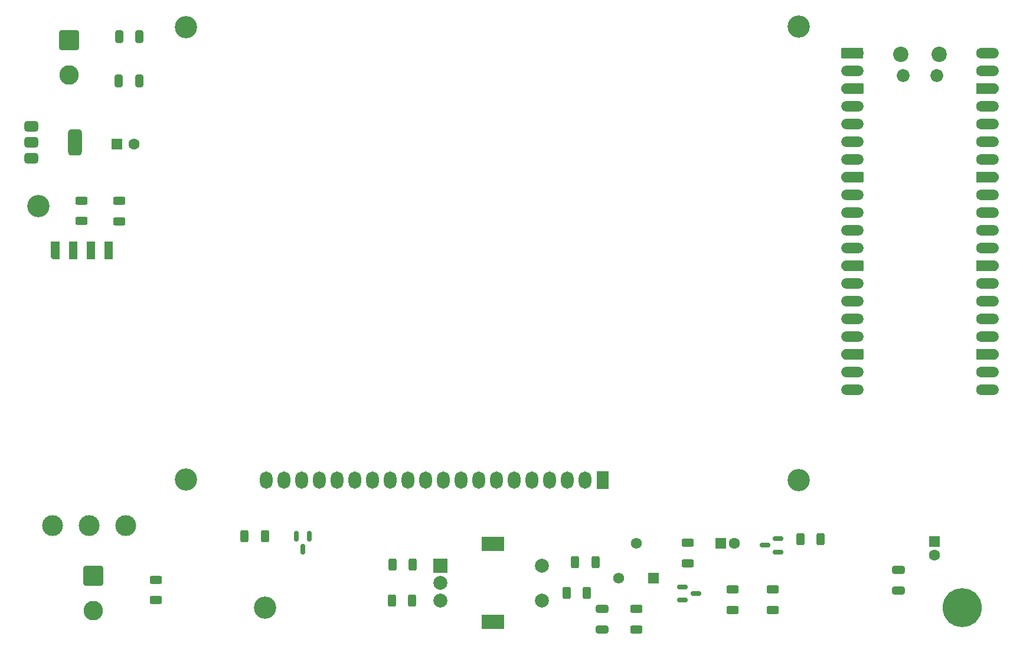
<source format=gbr>
%TF.GenerationSoftware,KiCad,Pcbnew,9.0.1*%
%TF.CreationDate,2025-04-15T15:16:39+02:00*%
%TF.ProjectId,lcd,6c63642e-6b69-4636-9164-5f7063625858,rev?*%
%TF.SameCoordinates,Original*%
%TF.FileFunction,Soldermask,Top*%
%TF.FilePolarity,Negative*%
%FSLAX46Y46*%
G04 Gerber Fmt 4.6, Leading zero omitted, Abs format (unit mm)*
G04 Created by KiCad (PCBNEW 9.0.1) date 2025-04-15 15:16:39*
%MOMM*%
%LPD*%
G01*
G04 APERTURE LIST*
G04 Aperture macros list*
%AMRoundRect*
0 Rectangle with rounded corners*
0 $1 Rounding radius*
0 $2 $3 $4 $5 $6 $7 $8 $9 X,Y pos of 4 corners*
0 Add a 4 corners polygon primitive as box body*
4,1,4,$2,$3,$4,$5,$6,$7,$8,$9,$2,$3,0*
0 Add four circle primitives for the rounded corners*
1,1,$1+$1,$2,$3*
1,1,$1+$1,$4,$5*
1,1,$1+$1,$6,$7*
1,1,$1+$1,$8,$9*
0 Add four rect primitives between the rounded corners*
20,1,$1+$1,$2,$3,$4,$5,0*
20,1,$1+$1,$4,$5,$6,$7,0*
20,1,$1+$1,$6,$7,$8,$9,0*
20,1,$1+$1,$8,$9,$2,$3,0*%
%AMOutline5P*
0 Free polygon, 5 corners , with rotation*
0 The origin of the aperture is its center*
0 number of corners: always 5*
0 $1 to $10 corner X, Y*
0 $11 Rotation angle, in degrees counterclockwise*
0 create outline with 5 corners*
4,1,5,$1,$2,$3,$4,$5,$6,$7,$8,$9,$10,$1,$2,$11*%
%AMOutline6P*
0 Free polygon, 6 corners , with rotation*
0 The origin of the aperture is its center*
0 number of corners: always 6*
0 $1 to $12 corner X, Y*
0 $13 Rotation angle, in degrees counterclockwise*
0 create outline with 6 corners*
4,1,6,$1,$2,$3,$4,$5,$6,$7,$8,$9,$10,$11,$12,$1,$2,$13*%
%AMOutline7P*
0 Free polygon, 7 corners , with rotation*
0 The origin of the aperture is its center*
0 number of corners: always 7*
0 $1 to $14 corner X, Y*
0 $15 Rotation angle, in degrees counterclockwise*
0 create outline with 7 corners*
4,1,7,$1,$2,$3,$4,$5,$6,$7,$8,$9,$10,$11,$12,$13,$14,$1,$2,$15*%
%AMOutline8P*
0 Free polygon, 8 corners , with rotation*
0 The origin of the aperture is its center*
0 number of corners: always 8*
0 $1 to $16 corner X, Y*
0 $17 Rotation angle, in degrees counterclockwise*
0 create outline with 8 corners*
4,1,8,$1,$2,$3,$4,$5,$6,$7,$8,$9,$10,$11,$12,$13,$14,$15,$16,$1,$2,$17*%
%AMFreePoly0*
4,1,37,0.800000,0.796148,0.878414,0.796148,1.032228,0.765552,1.177117,0.705537,1.307515,0.618408,1.418408,0.507515,1.505537,0.377117,1.565552,0.232228,1.596148,0.078414,1.596148,-0.078414,1.565552,-0.232228,1.505537,-0.377117,1.418408,-0.507515,1.307515,-0.618408,1.177117,-0.705537,1.032228,-0.765552,0.878414,-0.796148,0.800000,-0.796148,0.800000,-0.800000,-1.400000,-0.800000,
-1.403843,-0.796157,-1.439018,-0.796157,-1.511114,-0.766294,-1.566294,-0.711114,-1.596157,-0.639018,-1.596157,-0.603843,-1.600000,-0.600000,-1.600000,0.600000,-1.596157,0.603843,-1.596157,0.639018,-1.566294,0.711114,-1.511114,0.766294,-1.439018,0.796157,-1.403843,0.796157,-1.400000,0.800000,0.800000,0.800000,0.800000,0.796148,0.800000,0.796148,$1*%
%AMFreePoly1*
4,1,37,1.403843,0.796157,1.439018,0.796157,1.511114,0.766294,1.566294,0.711114,1.596157,0.639018,1.596157,0.603843,1.600000,0.600000,1.600000,-0.600000,1.596157,-0.603843,1.596157,-0.639018,1.566294,-0.711114,1.511114,-0.766294,1.439018,-0.796157,1.403843,-0.796157,1.400000,-0.800000,-0.800000,-0.800000,-0.800000,-0.796148,-0.878414,-0.796148,-1.032228,-0.765552,-1.177117,-0.705537,
-1.307515,-0.618408,-1.418408,-0.507515,-1.505537,-0.377117,-1.565552,-0.232228,-1.596148,-0.078414,-1.596148,0.078414,-1.565552,0.232228,-1.505537,0.377117,-1.418408,0.507515,-1.307515,0.618408,-1.177117,0.705537,-1.032228,0.765552,-0.878414,0.796148,-0.800000,0.796148,-0.800000,0.800000,1.400000,0.800000,1.403843,0.796157,1.403843,0.796157,$1*%
%AMFreePoly2*
4,1,37,0.603843,0.796157,0.639018,0.796157,0.711114,0.766294,0.766294,0.711114,0.796157,0.639018,0.796157,0.603843,0.800000,0.600000,0.800000,-0.600000,0.796157,-0.603843,0.796157,-0.639018,0.766294,-0.711114,0.711114,-0.766294,0.639018,-0.796157,0.603843,-0.796157,0.600000,-0.800000,0.000000,-0.800000,0.000000,-0.796148,-0.078414,-0.796148,-0.232228,-0.765552,-0.377117,-0.705537,
-0.507515,-0.618408,-0.618408,-0.507515,-0.705537,-0.377117,-0.765552,-0.232228,-0.796148,-0.078414,-0.796148,0.078414,-0.765552,0.232228,-0.705537,0.377117,-0.618408,0.507515,-0.507515,0.618408,-0.377117,0.705537,-0.232228,0.765552,-0.078414,0.796148,0.000000,0.796148,0.000000,0.800000,0.600000,0.800000,0.603843,0.796157,0.603843,0.796157,$1*%
%AMFreePoly3*
4,1,37,0.000000,0.796148,0.078414,0.796148,0.232228,0.765552,0.377117,0.705537,0.507515,0.618408,0.618408,0.507515,0.705537,0.377117,0.765552,0.232228,0.796148,0.078414,0.796148,-0.078414,0.765552,-0.232228,0.705537,-0.377117,0.618408,-0.507515,0.507515,-0.618408,0.377117,-0.705537,0.232228,-0.765552,0.078414,-0.796148,0.000000,-0.796148,0.000000,-0.800000,-0.600000,-0.800000,
-0.603843,-0.796157,-0.639018,-0.796157,-0.711114,-0.766294,-0.766294,-0.711114,-0.796157,-0.639018,-0.796157,-0.603843,-0.800000,-0.600000,-0.800000,0.600000,-0.796157,0.603843,-0.796157,0.639018,-0.766294,0.711114,-0.711114,0.766294,-0.639018,0.796157,-0.603843,0.796157,-0.600000,0.800000,0.000000,0.800000,0.000000,0.796148,0.000000,0.796148,$1*%
G04 Aperture macros list end*
%ADD10RoundRect,0.250000X-0.650000X0.325000X-0.650000X-0.325000X0.650000X-0.325000X0.650000X0.325000X0*%
%ADD11R,1.600000X1.600000*%
%ADD12C,1.600000*%
%ADD13C,3.200000*%
%ADD14R,1.800000X2.500000*%
%ADD15O,1.800000X2.500000*%
%ADD16RoundRect,0.250001X-1.149999X1.149999X-1.149999X-1.149999X1.149999X-1.149999X1.149999X1.149999X0*%
%ADD17C,2.800000*%
%ADD18RoundRect,0.150000X-0.150000X0.587500X-0.150000X-0.587500X0.150000X-0.587500X0.150000X0.587500X0*%
%ADD19C,5.600000*%
%ADD20RoundRect,0.250000X-0.312500X-0.625000X0.312500X-0.625000X0.312500X0.625000X-0.312500X0.625000X0*%
%ADD21RoundRect,0.250000X-0.625000X0.312500X-0.625000X-0.312500X0.625000X-0.312500X0.625000X0.312500X0*%
%ADD22RoundRect,0.250000X-0.325000X-0.650000X0.325000X-0.650000X0.325000X0.650000X-0.325000X0.650000X0*%
%ADD23RoundRect,0.150000X-0.587500X-0.150000X0.587500X-0.150000X0.587500X0.150000X-0.587500X0.150000X0*%
%ADD24RoundRect,0.150000X0.587500X0.150000X-0.587500X0.150000X-0.587500X-0.150000X0.587500X-0.150000X0*%
%ADD25R,2.000000X2.000000*%
%ADD26C,2.000000*%
%ADD27R,3.200000X2.000000*%
%ADD28RoundRect,0.250000X0.625000X-0.312500X0.625000X0.312500X-0.625000X0.312500X-0.625000X-0.312500X0*%
%ADD29Outline5P,-1.270000X0.381000X-1.016000X0.635000X1.270000X0.635000X1.270000X-0.635000X-1.270000X-0.635000X90.000000*%
%ADD30R,1.270000X2.540000*%
%ADD31C,3.000000*%
%ADD32RoundRect,0.250000X0.312500X0.625000X-0.312500X0.625000X-0.312500X-0.625000X0.312500X-0.625000X0*%
%ADD33C,2.200000*%
%ADD34C,1.850000*%
%ADD35FreePoly0,0.000000*%
%ADD36RoundRect,0.200000X-0.600000X-0.600000X0.600000X-0.600000X0.600000X0.600000X-0.600000X0.600000X0*%
%ADD37RoundRect,0.800000X-0.800000X-0.000010X0.800000X-0.000010X0.800000X0.000010X-0.800000X0.000010X0*%
%ADD38FreePoly1,0.000000*%
%ADD39FreePoly2,0.000000*%
%ADD40FreePoly3,0.000000*%
%ADD41R,1.560000X1.560000*%
%ADD42C,1.560000*%
%ADD43RoundRect,0.375000X-0.625000X-0.375000X0.625000X-0.375000X0.625000X0.375000X-0.625000X0.375000X0*%
%ADD44RoundRect,0.500000X-0.500000X-1.400000X0.500000X-1.400000X0.500000X1.400000X-0.500000X1.400000X0*%
G04 APERTURE END LIST*
D10*
%TO.C,C2*%
X159350000Y-141475000D03*
X159350000Y-144425000D03*
%TD*%
D11*
%TO.C,C7*%
X207050000Y-131794888D03*
D12*
X207050000Y-133794888D03*
%TD*%
D13*
%TO.C,U1*%
X187574907Y-122980754D03*
X99674907Y-122880754D03*
X99674907Y-58080754D03*
X187574907Y-57980754D03*
D14*
X159434907Y-122980754D03*
D15*
X156894907Y-122980754D03*
X154354907Y-122980754D03*
X151814907Y-122980754D03*
X149274907Y-122980754D03*
X146734907Y-122980754D03*
X144194907Y-122980754D03*
X141654907Y-122980754D03*
X139114907Y-122980754D03*
X136574907Y-122980754D03*
X134034907Y-122980754D03*
X131494907Y-122980754D03*
X128954907Y-122980754D03*
X126414907Y-122980754D03*
X123874907Y-122980754D03*
X121334907Y-122980754D03*
X118794907Y-122980754D03*
X116254907Y-122980754D03*
X113714907Y-122980754D03*
X111174907Y-122980754D03*
%TD*%
D16*
%TO.C,J1*%
X86382500Y-136700000D03*
D17*
X86382500Y-141700000D03*
%TD*%
D18*
%TO.C,Q1*%
X117400000Y-131012500D03*
X115500000Y-131012500D03*
X116450000Y-132887500D03*
%TD*%
D19*
%TO.C,GND*%
X211050000Y-141250000D03*
%TD*%
D11*
%TO.C,C1*%
X176350000Y-132050000D03*
D12*
X178350000Y-132050000D03*
%TD*%
D20*
%TO.C,R7*%
X154275000Y-139200000D03*
X157200000Y-139200000D03*
%TD*%
D21*
%TO.C,R10*%
X183850000Y-138687500D03*
X183850000Y-141612500D03*
%TD*%
D20*
%TO.C,R13*%
X129187500Y-140250000D03*
X132112500Y-140250000D03*
%TD*%
%TO.C,R12*%
X187787500Y-131450000D03*
X190712500Y-131450000D03*
%TD*%
D21*
%TO.C,R8*%
X164250000Y-141487500D03*
X164250000Y-144412500D03*
%TD*%
D20*
%TO.C,R11*%
X129287500Y-135150000D03*
X132212500Y-135150000D03*
%TD*%
D22*
%TO.C,C4*%
X90000000Y-65750000D03*
X92950000Y-65750000D03*
%TD*%
D10*
%TO.C,C6*%
X201850000Y-135875000D03*
X201850000Y-138825000D03*
%TD*%
D23*
%TO.C,Q2*%
X170912500Y-138300000D03*
X170912500Y-140200000D03*
X172787500Y-139250000D03*
%TD*%
D13*
%TO.C,REF\u002A\u002A*%
X111050000Y-141250000D03*
%TD*%
D21*
%TO.C,R2*%
X90150000Y-82987500D03*
X90150000Y-85912500D03*
%TD*%
D20*
%TO.C,R6*%
X155487500Y-134750000D03*
X158412500Y-134750000D03*
%TD*%
D21*
%TO.C,R9*%
X178050000Y-138687500D03*
X178050000Y-141612500D03*
%TD*%
D13*
%TO.C,REF\u002A\u002A*%
X78550000Y-83750000D03*
%TD*%
D24*
%TO.C,Q3*%
X184625000Y-133300000D03*
X184625000Y-131400000D03*
X182750000Y-132350000D03*
%TD*%
D25*
%TO.C,SW1*%
X136200000Y-135250000D03*
D26*
X136200000Y-140250000D03*
X136200000Y-137750000D03*
D27*
X143700000Y-132150000D03*
X143700000Y-143350000D03*
D26*
X150700000Y-140250000D03*
X150700000Y-135250000D03*
%TD*%
D28*
%TO.C,R14*%
X95350000Y-140212500D03*
X95350000Y-137287500D03*
%TD*%
D29*
%TO.C,U2*%
X81000000Y-90050000D03*
D30*
X83540000Y-90050000D03*
X86080000Y-90050000D03*
X88620000Y-90050000D03*
D31*
X80500000Y-129550000D03*
X85750000Y-129550000D03*
X91000000Y-129550000D03*
%TD*%
D11*
%TO.C,C5*%
X89750000Y-74850000D03*
D12*
X92250000Y-74850000D03*
%TD*%
D32*
%TO.C,R5*%
X111012500Y-131050000D03*
X108087500Y-131050000D03*
%TD*%
D16*
%TO.C,J2*%
X82882500Y-59900000D03*
D17*
X82882500Y-64900000D03*
%TD*%
D28*
%TO.C,R1*%
X84650000Y-85850000D03*
X84650000Y-82925000D03*
%TD*%
D33*
%TO.C,A1*%
X202225000Y-61950000D03*
D34*
X202525000Y-64980000D03*
X207375000Y-64980000D03*
D33*
X207675000Y-61950000D03*
D35*
X195260000Y-61820000D03*
D36*
X196060000Y-61820000D03*
D37*
X195260000Y-64360000D03*
D12*
X196060000Y-64360000D03*
D38*
X195260000Y-66900000D03*
D39*
X196060000Y-66900000D03*
D37*
X195260000Y-69440000D03*
D12*
X196060000Y-69440000D03*
D37*
X195260000Y-71980000D03*
D12*
X196060000Y-71980000D03*
D37*
X195260000Y-74520000D03*
D12*
X196060000Y-74520000D03*
D37*
X195260000Y-77060000D03*
D12*
X196060000Y-77060000D03*
D38*
X195260000Y-79600000D03*
D39*
X196060000Y-79600000D03*
D37*
X195260000Y-82140000D03*
D12*
X196060000Y-82140000D03*
D37*
X195260000Y-84680000D03*
D12*
X196060000Y-84680000D03*
D37*
X195260000Y-87220000D03*
D12*
X196060000Y-87220000D03*
D37*
X195260000Y-89760000D03*
D12*
X196060000Y-89760000D03*
D38*
X195260000Y-92300000D03*
D39*
X196060000Y-92300000D03*
D37*
X195260000Y-94840000D03*
D12*
X196060000Y-94840000D03*
D37*
X195260000Y-97380000D03*
D12*
X196060000Y-97380000D03*
D37*
X195260000Y-99920000D03*
D12*
X196060000Y-99920000D03*
D37*
X195260000Y-102460000D03*
D12*
X196060000Y-102460000D03*
D38*
X195260000Y-105000000D03*
D39*
X196060000Y-105000000D03*
D37*
X195260000Y-107540000D03*
D12*
X196060000Y-107540000D03*
D37*
X195260000Y-110080000D03*
D12*
X196060000Y-110080000D03*
X213840000Y-110080000D03*
D37*
X214640000Y-110080000D03*
D12*
X213840000Y-107540000D03*
D37*
X214640000Y-107540000D03*
D40*
X213840000Y-105000000D03*
D35*
X214640000Y-105000000D03*
D12*
X213840000Y-102460000D03*
D37*
X214640000Y-102460000D03*
D12*
X213840000Y-99920000D03*
D37*
X214640000Y-99920000D03*
D12*
X213840000Y-97380000D03*
D37*
X214640000Y-97380000D03*
D12*
X213840000Y-94840000D03*
D37*
X214640000Y-94840000D03*
D40*
X213840000Y-92300000D03*
D35*
X214640000Y-92300000D03*
D12*
X213840000Y-89760000D03*
D37*
X214640000Y-89760000D03*
D12*
X213840000Y-87220000D03*
D37*
X214640000Y-87220000D03*
D12*
X213840000Y-84680000D03*
D37*
X214640000Y-84680000D03*
D12*
X213840000Y-82140000D03*
D37*
X214640000Y-82140000D03*
D40*
X213840000Y-79600000D03*
D35*
X214640000Y-79600000D03*
D12*
X213840000Y-77060000D03*
D37*
X214640000Y-77060000D03*
D12*
X213840000Y-74520000D03*
D37*
X214640000Y-74520000D03*
D12*
X213840000Y-71980000D03*
D37*
X214640000Y-71980000D03*
D12*
X213840000Y-69440000D03*
D37*
X214640000Y-69440000D03*
D40*
X213840000Y-66900000D03*
D35*
X214640000Y-66900000D03*
D12*
X213840000Y-64360000D03*
D37*
X214640000Y-64360000D03*
D12*
X213840000Y-61820000D03*
D37*
X214640000Y-61820000D03*
%TD*%
D21*
%TO.C,R3*%
X171650000Y-131987500D03*
X171650000Y-134912500D03*
%TD*%
D41*
%TO.C,RV1*%
X166750000Y-137090000D03*
D42*
X164250000Y-132090000D03*
X161750000Y-137090000D03*
%TD*%
D22*
%TO.C,C3*%
X90075000Y-59450000D03*
X93025000Y-59450000D03*
%TD*%
D43*
%TO.C,U3*%
X77500000Y-72250000D03*
X77500000Y-74550000D03*
D44*
X83800000Y-74550000D03*
D43*
X77500000Y-76850000D03*
%TD*%
M02*

</source>
